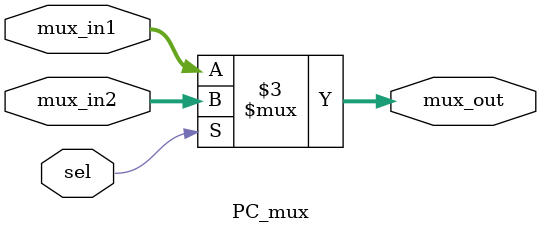
<source format=v>
`timescale 1ns / 1ps



module PC_mux(mux_in1, mux_in2, sel, mux_out);
    //Input and output declaration
    input [63:0] mux_in1, mux_in2;
    input sel;
    output reg [63:0] mux_out; 
    
    //If select (sel) is 1, output mux_in2, otherwise output mux_in1
     always@(mux_in1, mux_in2, sel) begin    
        mux_out = mux_in1;
        if(sel) begin
             mux_out = mux_in2; 
        end
    end
endmodule

</source>
